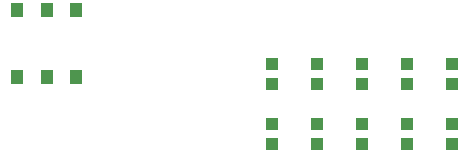
<source format=gtp>
G75*
G70*
%OFA0B0*%
%FSLAX24Y24*%
%IPPOS*%
%LPD*%
%AMOC8*
5,1,8,0,0,1.08239X$1,22.5*
%
%ADD10R,0.0394X0.0433*%
%ADD11R,0.0394X0.0453*%
D10*
X018201Y003851D03*
X018201Y004520D03*
X018201Y005851D03*
X018201Y006520D03*
X019701Y006520D03*
X019701Y005851D03*
X019701Y004520D03*
X019701Y003851D03*
X021201Y003851D03*
X021201Y004520D03*
X021201Y005851D03*
X021201Y006520D03*
X022701Y006520D03*
X022701Y005851D03*
X024201Y005851D03*
X024201Y006520D03*
X024201Y004520D03*
X024201Y003851D03*
X022701Y003851D03*
X022701Y004520D03*
D11*
X009717Y006073D03*
X010701Y006073D03*
X011685Y006073D03*
X011685Y008298D03*
X010701Y008298D03*
X009717Y008298D03*
M02*

</source>
